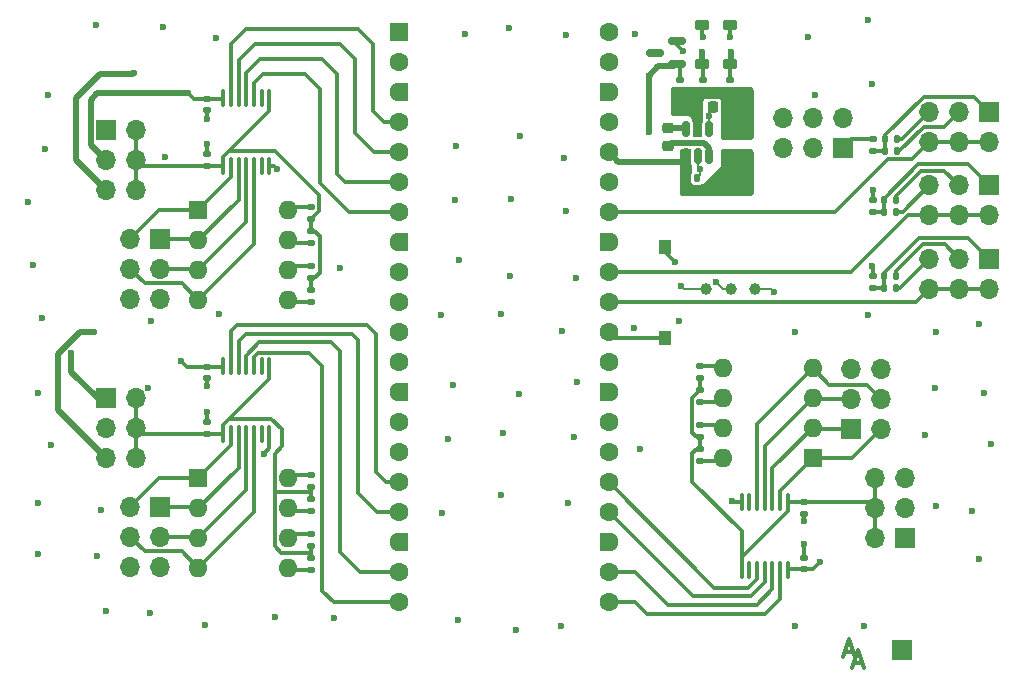
<source format=gbr>
%TF.GenerationSoftware,KiCad,Pcbnew,8.0.6+1*%
%TF.CreationDate,2024-11-30T18:40:41-08:00*%
%TF.ProjectId,pico-logic-analyzer,7069636f-2d6c-46f6-9769-632d616e616c,rev?*%
%TF.SameCoordinates,Original*%
%TF.FileFunction,Copper,L1,Top*%
%TF.FilePolarity,Positive*%
%FSLAX46Y46*%
G04 Gerber Fmt 4.6, Leading zero omitted, Abs format (unit mm)*
G04 Created by KiCad (PCBNEW 8.0.6+1) date 2024-11-30 18:40:41*
%MOMM*%
%LPD*%
G01*
G04 APERTURE LIST*
G04 Aperture macros list*
%AMRoundRect*
0 Rectangle with rounded corners*
0 $1 Rounding radius*
0 $2 $3 $4 $5 $6 $7 $8 $9 X,Y pos of 4 corners*
0 Add a 4 corners polygon primitive as box body*
4,1,4,$2,$3,$4,$5,$6,$7,$8,$9,$2,$3,0*
0 Add four circle primitives for the rounded corners*
1,1,$1+$1,$2,$3*
1,1,$1+$1,$4,$5*
1,1,$1+$1,$6,$7*
1,1,$1+$1,$8,$9*
0 Add four rect primitives between the rounded corners*
20,1,$1+$1,$2,$3,$4,$5,0*
20,1,$1+$1,$4,$5,$6,$7,0*
20,1,$1+$1,$6,$7,$8,$9,0*
20,1,$1+$1,$8,$9,$2,$3,0*%
%AMFreePoly0*
4,1,28,0.605014,0.794986,0.644504,0.794986,0.724698,0.756366,0.780194,0.686777,0.800000,0.600000,0.800000,-0.600000,0.780194,-0.686777,0.724698,-0.756366,0.644504,-0.794986,0.605014,-0.794986,0.600000,-0.800000,0.000000,-0.800000,-0.178017,-0.779942,-0.347107,-0.720775,-0.498792,-0.625465,-0.625465,-0.498792,-0.720775,-0.347107,-0.779942,-0.178017,-0.800000,0.000000,-0.779942,0.178017,
-0.720775,0.347107,-0.625465,0.498792,-0.498792,0.625465,-0.347107,0.720775,-0.178017,0.779942,0.000000,0.800000,0.600000,0.800000,0.605014,0.794986,0.605014,0.794986,$1*%
%AMFreePoly1*
4,1,28,0.178017,0.779942,0.347107,0.720775,0.498792,0.625465,0.625465,0.498792,0.720775,0.347107,0.779942,0.178017,0.800000,0.000000,0.779942,-0.178017,0.720775,-0.347107,0.625465,-0.498792,0.498792,-0.625465,0.347107,-0.720775,0.178017,-0.779942,0.000000,-0.800000,-0.600000,-0.800000,-0.605014,-0.794986,-0.644504,-0.794986,-0.724698,-0.756366,-0.780194,-0.686777,-0.800000,-0.600000,
-0.800000,0.600000,-0.780194,0.686777,-0.724698,0.756366,-0.644504,0.794986,-0.605014,0.794986,-0.600000,0.800000,0.000000,0.800000,0.178017,0.779942,0.178017,0.779942,$1*%
G04 Aperture macros list end*
%ADD10C,0.300000*%
%TA.AperFunction,NonConductor*%
%ADD11C,0.300000*%
%TD*%
%TA.AperFunction,SMDPad,CuDef*%
%ADD12R,1.000000X1.250000*%
%TD*%
%TA.AperFunction,SMDPad,CuDef*%
%ADD13RoundRect,0.225000X0.375000X-0.225000X0.375000X0.225000X-0.375000X0.225000X-0.375000X-0.225000X0*%
%TD*%
%TA.AperFunction,SMDPad,CuDef*%
%ADD14RoundRect,0.135000X-0.185000X0.135000X-0.185000X-0.135000X0.185000X-0.135000X0.185000X0.135000X0*%
%TD*%
%TA.AperFunction,SMDPad,CuDef*%
%ADD15C,1.000000*%
%TD*%
%TA.AperFunction,SMDPad,CuDef*%
%ADD16RoundRect,0.100000X0.100000X-0.637500X0.100000X0.637500X-0.100000X0.637500X-0.100000X-0.637500X0*%
%TD*%
%TA.AperFunction,SMDPad,CuDef*%
%ADD17RoundRect,0.135000X0.185000X-0.135000X0.185000X0.135000X-0.185000X0.135000X-0.185000X-0.135000X0*%
%TD*%
%TA.AperFunction,ComponentPad*%
%ADD18R,1.700000X1.700000*%
%TD*%
%TA.AperFunction,ComponentPad*%
%ADD19O,1.700000X1.700000*%
%TD*%
%TA.AperFunction,SMDPad,CuDef*%
%ADD20RoundRect,0.150000X0.587500X0.150000X-0.587500X0.150000X-0.587500X-0.150000X0.587500X-0.150000X0*%
%TD*%
%TA.AperFunction,SMDPad,CuDef*%
%ADD21RoundRect,0.140000X-0.170000X0.140000X-0.170000X-0.140000X0.170000X-0.140000X0.170000X0.140000X0*%
%TD*%
%TA.AperFunction,SMDPad,CuDef*%
%ADD22RoundRect,0.135000X0.135000X0.185000X-0.135000X0.185000X-0.135000X-0.185000X0.135000X-0.185000X0*%
%TD*%
%TA.AperFunction,SMDPad,CuDef*%
%ADD23RoundRect,0.225000X0.225000X0.250000X-0.225000X0.250000X-0.225000X-0.250000X0.225000X-0.250000X0*%
%TD*%
%TA.AperFunction,SMDPad,CuDef*%
%ADD24RoundRect,0.225000X0.250000X-0.225000X0.250000X0.225000X-0.250000X0.225000X-0.250000X-0.225000X0*%
%TD*%
%TA.AperFunction,SMDPad,CuDef*%
%ADD25RoundRect,0.250000X-0.300000X0.300000X-0.300000X-0.300000X0.300000X-0.300000X0.300000X0.300000X0*%
%TD*%
%TA.AperFunction,SMDPad,CuDef*%
%ADD26RoundRect,0.100000X-0.100000X0.637500X-0.100000X-0.637500X0.100000X-0.637500X0.100000X0.637500X0*%
%TD*%
%TA.AperFunction,ComponentPad*%
%ADD27R,1.600000X1.600000*%
%TD*%
%TA.AperFunction,ComponentPad*%
%ADD28O,1.600000X1.600000*%
%TD*%
%TA.AperFunction,SMDPad,CuDef*%
%ADD29RoundRect,0.140000X0.140000X0.170000X-0.140000X0.170000X-0.140000X-0.170000X0.140000X-0.170000X0*%
%TD*%
%TA.AperFunction,SMDPad,CuDef*%
%ADD30RoundRect,0.140000X0.170000X-0.140000X0.170000X0.140000X-0.170000X0.140000X-0.170000X-0.140000X0*%
%TD*%
%TA.AperFunction,ComponentPad*%
%ADD31RoundRect,0.200000X-0.600000X-0.600000X0.600000X-0.600000X0.600000X0.600000X-0.600000X0.600000X0*%
%TD*%
%TA.AperFunction,ComponentPad*%
%ADD32C,1.600000*%
%TD*%
%TA.AperFunction,ComponentPad*%
%ADD33FreePoly0,0.000000*%
%TD*%
%TA.AperFunction,ComponentPad*%
%ADD34FreePoly1,0.000000*%
%TD*%
%TA.AperFunction,SMDPad,CuDef*%
%ADD35RoundRect,0.150000X0.150000X-0.512500X0.150000X0.512500X-0.150000X0.512500X-0.150000X-0.512500X0*%
%TD*%
%TA.AperFunction,ViaPad*%
%ADD36C,0.600000*%
%TD*%
%TA.AperFunction,Conductor*%
%ADD37C,0.350000*%
%TD*%
%TA.AperFunction,Conductor*%
%ADD38C,0.500000*%
%TD*%
%TA.AperFunction,Conductor*%
%ADD39C,0.200000*%
%TD*%
G04 APERTURE END LIST*
D10*
D11*
X197733082Y-108622257D02*
X198447368Y-108622257D01*
X197590225Y-109050828D02*
X198090225Y-107550828D01*
X198090225Y-107550828D02*
X198590225Y-109050828D01*
D10*
D11*
X196983082Y-107672257D02*
X197697368Y-107672257D01*
X196840225Y-108100828D02*
X197340225Y-106600828D01*
X197340225Y-106600828D02*
X197840225Y-108100828D01*
D12*
%TO.P,SW1,1,1*%
%TO.N,Net-(A1-RUN)*%
X181750000Y-81125000D03*
%TO.P,SW1,2,2*%
%TO.N,GND*%
X181750000Y-73375000D03*
%TD*%
D13*
%TO.P,D1,1,K*%
%TO.N,/+1.8V_REG*%
X187250000Y-57900000D03*
%TO.P,D1,2,A*%
%TO.N,GND*%
X187250000Y-54600000D03*
%TD*%
D14*
%TO.P,R16,1*%
%TO.N,/A2_IN*%
X199400000Y-64290000D03*
%TO.P,R16,2*%
%TO.N,Net-(J8-Pin_1)*%
X199400000Y-65310000D03*
%TD*%
D15*
%TO.P,TP2,1,1*%
%TO.N,/+3.3V_REG*%
X185200000Y-77000000D03*
%TD*%
D16*
%TO.P,U4,1,VCCA*%
%TO.N,/Buffer Block B/VCCA_SEL*%
X144350000Y-66535000D03*
%TO.P,U4,2,A1*%
%TO.N,/Buffer Block B/A0*%
X145000000Y-66535000D03*
%TO.P,U4,3,A2*%
%TO.N,/Buffer Block B/A1*%
X145650000Y-66535000D03*
%TO.P,U4,4,A3*%
%TO.N,/Buffer Block B/A2*%
X146300000Y-66535000D03*
%TO.P,U4,5,A4*%
%TO.N,/Buffer Block B/A3*%
X146950000Y-66535000D03*
%TO.P,U4,6,NC*%
%TO.N,unconnected-(U4-NC-Pad6)*%
X147600000Y-66535000D03*
%TO.P,U4,7,GND*%
%TO.N,GND*%
X148250000Y-66535000D03*
%TO.P,U4,8,OE*%
%TO.N,/Buffer Block B/VCCA_SEL*%
X148250000Y-60810000D03*
%TO.P,U4,9,NC*%
%TO.N,unconnected-(U4-NC-Pad9)*%
X147600000Y-60810000D03*
%TO.P,U4,10,B4*%
%TO.N,/B3 {slash} IO05*%
X146950000Y-60810000D03*
%TO.P,U4,11,B3*%
%TO.N,/B2 {slash} IO04*%
X146300000Y-60810000D03*
%TO.P,U4,12,B2*%
%TO.N,/B1 {slash} IO03*%
X145650000Y-60810000D03*
%TO.P,U4,13,B1*%
%TO.N,/B0 {slash} IO02*%
X145000000Y-60810000D03*
%TO.P,U4,14,VCCB*%
%TO.N,/+3.3V_REG*%
X144350000Y-60810000D03*
%TD*%
D17*
%TO.P,R2,1*%
%TO.N,/+6.6V*%
X185000000Y-60270000D03*
%TO.P,R2,2*%
%TO.N,/+3.3V_REG*%
X185000000Y-59250000D03*
%TD*%
D18*
%TO.P,J11,1,Pin_1*%
%TO.N,GND*%
X201850000Y-107500000D03*
%TD*%
%TO.P,J5,1,Pin_1*%
%TO.N,/Buffer Block B/A1*%
X139000000Y-72730000D03*
D19*
%TO.P,J5,2,Pin_2*%
%TO.N,/Buffer Block B/A0*%
X136460000Y-72730000D03*
%TO.P,J5,3,Pin_3*%
%TO.N,/Buffer Block B/A2*%
X139000000Y-75270000D03*
%TO.P,J5,4,Pin_4*%
%TO.N,/Buffer Block B/A3*%
X136460000Y-75270000D03*
%TO.P,J5,5,Pin_5*%
%TO.N,GND*%
X139000000Y-77810000D03*
%TO.P,J5,6,Pin_6*%
X136460000Y-77810000D03*
%TD*%
D20*
%TO.P,U2,1,K*%
%TO.N,/+5V_REG*%
X182750000Y-57900000D03*
%TO.P,U2,2,A*%
%TO.N,GND*%
X182750000Y-56000000D03*
%TO.P,U2,3,NC*%
%TO.N,unconnected-(U2-NC-Pad3)*%
X180875000Y-56950000D03*
%TD*%
D18*
%TO.P,J1,1,Pin_1*%
%TO.N,/A2_IN*%
X196790000Y-65000000D03*
D19*
%TO.P,J1,2,Pin_2*%
%TO.N,GND*%
X196790000Y-62460000D03*
%TO.P,J1,3,Pin_3*%
%TO.N,/A1_IN*%
X194250000Y-65000000D03*
%TO.P,J1,4,Pin_4*%
%TO.N,GND*%
X194250000Y-62460000D03*
%TO.P,J1,5,Pin_5*%
%TO.N,/A0_IN*%
X191710000Y-65000000D03*
%TO.P,J1,6,Pin_6*%
%TO.N,GND*%
X191710000Y-62460000D03*
%TD*%
D21*
%TO.P,C6,1*%
%TO.N,GND*%
X143000000Y-65560000D03*
%TO.P,C6,2*%
%TO.N,/Buffer Block B/VCCA_SEL*%
X143000000Y-66520000D03*
%TD*%
D16*
%TO.P,U3,1,VCCA*%
%TO.N,/Buffer Block A/VCCA_SEL*%
X144350000Y-89225000D03*
%TO.P,U3,2,A1*%
%TO.N,/Buffer Block A/A0*%
X145000000Y-89225000D03*
%TO.P,U3,3,A2*%
%TO.N,/Buffer Block A/A1*%
X145650000Y-89225000D03*
%TO.P,U3,4,A3*%
%TO.N,/Buffer Block A/A2*%
X146300000Y-89225000D03*
%TO.P,U3,5,A4*%
%TO.N,/Buffer Block A/A3*%
X146950000Y-89225000D03*
%TO.P,U3,6,NC*%
%TO.N,unconnected-(U3-NC-Pad6)*%
X147600000Y-89225000D03*
%TO.P,U3,7,GND*%
%TO.N,GND*%
X148250000Y-89225000D03*
%TO.P,U3,8,OE*%
%TO.N,/Buffer Block A/VCCA_SEL*%
X148250000Y-83500000D03*
%TO.P,U3,9,NC*%
%TO.N,unconnected-(U3-NC-Pad9)*%
X147600000Y-83500000D03*
%TO.P,U3,10,B4*%
%TO.N,/A3 {slash} IO15*%
X146950000Y-83500000D03*
%TO.P,U3,11,B3*%
%TO.N,/A2 {slash} IO14*%
X146300000Y-83500000D03*
%TO.P,U3,12,B2*%
%TO.N,/A1 {slash} IO13*%
X145650000Y-83500000D03*
%TO.P,U3,13,B1*%
%TO.N,/A0 {slash} IO12*%
X145000000Y-83500000D03*
%TO.P,U3,14,VCCB*%
%TO.N,/+3.3V_REG*%
X144350000Y-83500000D03*
%TD*%
D14*
%TO.P,R13,1*%
%TO.N,Net-(R13-Pad1)*%
X184750000Y-88490000D03*
%TO.P,R13,2*%
%TO.N,/Buffer Block C/VCCA_SEL*%
X184750000Y-89510000D03*
%TD*%
D17*
%TO.P,R7,1*%
%TO.N,Net-(R7-Pad1)*%
X151750000Y-100760000D03*
%TO.P,R7,2*%
%TO.N,/Buffer Block A/VCCA_SEL*%
X151750000Y-99740000D03*
%TD*%
D18*
%TO.P,J3,1,Pin_1*%
%TO.N,/Buffer Block A/A1*%
X139000000Y-95420000D03*
D19*
%TO.P,J3,2,Pin_2*%
%TO.N,/Buffer Block A/A0*%
X136460000Y-95420000D03*
%TO.P,J3,3,Pin_3*%
%TO.N,/Buffer Block A/A2*%
X139000000Y-97960000D03*
%TO.P,J3,4,Pin_4*%
%TO.N,/Buffer Block A/A3*%
X136460000Y-97960000D03*
%TO.P,J3,5,Pin_5*%
%TO.N,GND*%
X139000000Y-100500000D03*
%TO.P,J3,6,Pin_6*%
X136460000Y-100500000D03*
%TD*%
D17*
%TO.P,R3,1*%
%TO.N,/+6.6V*%
X183000000Y-60260000D03*
%TO.P,R3,2*%
%TO.N,/+5V_REG*%
X183000000Y-59240000D03*
%TD*%
D14*
%TO.P,R10,1*%
%TO.N,Net-(R10-Pad1)*%
X151750000Y-75040000D03*
%TO.P,R10,2*%
%TO.N,/Buffer Block B/VCCA_SEL*%
X151750000Y-76060000D03*
%TD*%
D22*
%TO.P,R21,1*%
%TO.N,/Analog Divider Selector 1/eleventh_sel*%
X201320000Y-70410000D03*
%TO.P,R21,2*%
%TO.N,Net-(J9-Pin_1)*%
X200300000Y-70410000D03*
%TD*%
D23*
%TO.P,C3,1*%
%TO.N,GND*%
X185775000Y-61600000D03*
%TO.P,C3,2*%
%TO.N,/+6.6V*%
X184225000Y-61600000D03*
%TD*%
D22*
%TO.P,R18,1*%
%TO.N,/Analog Divider Selector 2/eleventh_sel*%
X201410000Y-64300000D03*
%TO.P,R18,2*%
%TO.N,Net-(J8-Pin_1)*%
X200390000Y-64300000D03*
%TD*%
D17*
%TO.P,R14,1*%
%TO.N,Net-(R14-Pad1)*%
X184750000Y-86520000D03*
%TO.P,R14,2*%
%TO.N,/Buffer Block C/VCCA_SEL*%
X184750000Y-85500000D03*
%TD*%
D24*
%TO.P,C2,1*%
%TO.N,Net-(U1-CAP-)*%
X182000000Y-64875000D03*
%TO.P,C2,2*%
%TO.N,Net-(U1-CAP+)*%
X182000000Y-63325000D03*
%TD*%
D14*
%TO.P,R19,1*%
%TO.N,/A1_IN*%
X199400000Y-69400000D03*
%TO.P,R19,2*%
%TO.N,Net-(J9-Pin_1)*%
X199400000Y-70420000D03*
%TD*%
D22*
%TO.P,R23,1*%
%TO.N,/Analog Divider Selector 0/half_sel*%
X201310000Y-75910000D03*
%TO.P,R23,2*%
%TO.N,Net-(J10-Pin_1)*%
X200290000Y-75910000D03*
%TD*%
D18*
%TO.P,J4,1,Pin_1*%
%TO.N,/+5V_REG*%
X134450000Y-63535000D03*
D19*
%TO.P,J4,2,Pin_2*%
%TO.N,/Buffer Block B/VCCA_SEL*%
X136990000Y-63535000D03*
%TO.P,J4,3,Pin_3*%
%TO.N,/+3.3V_REG*%
X134450000Y-66075000D03*
%TO.P,J4,4,Pin_4*%
%TO.N,/Buffer Block B/VCCA_SEL*%
X136990000Y-66075000D03*
%TO.P,J4,5,Pin_5*%
%TO.N,/+1.8V_REG*%
X134450000Y-68615000D03*
%TO.P,J4,6,Pin_6*%
%TO.N,/Buffer Block B/VCCA_SEL*%
X136990000Y-68615000D03*
%TD*%
D25*
%TO.P,D2,1,K*%
%TO.N,/+6.6V*%
X188500000Y-63350000D03*
%TO.P,D2,2,A*%
%TO.N,+3V3*%
X188500000Y-66150000D03*
%TD*%
D14*
%TO.P,R22,1*%
%TO.N,/A0_IN*%
X199400000Y-75900000D03*
%TO.P,R22,2*%
%TO.N,Net-(J10-Pin_1)*%
X199400000Y-76920000D03*
%TD*%
D22*
%TO.P,R17,1*%
%TO.N,/Analog Divider Selector 2/half_sel*%
X201410000Y-65300000D03*
%TO.P,R17,2*%
%TO.N,Net-(J8-Pin_1)*%
X200390000Y-65300000D03*
%TD*%
D26*
%TO.P,U5,1,VCCA*%
%TO.N,/Buffer Block C/VCCA_SEL*%
X192150000Y-95025000D03*
%TO.P,U5,2,A1*%
%TO.N,/Buffer Block C/A0*%
X191500000Y-95025000D03*
%TO.P,U5,3,A2*%
%TO.N,/Buffer Block C/A1*%
X190850000Y-95025000D03*
%TO.P,U5,4,A3*%
%TO.N,/Buffer Block C/A2*%
X190200000Y-95025000D03*
%TO.P,U5,5,A4*%
%TO.N,/Buffer Block C/A3*%
X189550000Y-95025000D03*
%TO.P,U5,6,NC*%
%TO.N,unconnected-(U5-NC-Pad6)*%
X188900000Y-95025000D03*
%TO.P,U5,7,GND*%
%TO.N,GND*%
X188250000Y-95025000D03*
%TO.P,U5,8,OE*%
%TO.N,/Buffer Block C/VCCA_SEL*%
X188250000Y-100750000D03*
%TO.P,U5,9,NC*%
%TO.N,unconnected-(U5-NC-Pad9)*%
X188900000Y-100750000D03*
%TO.P,U5,10,B4*%
%TO.N,/C3 {slash} IO019*%
X189550000Y-100750000D03*
%TO.P,U5,11,B3*%
%TO.N,/C2 {slash} IO018*%
X190200000Y-100750000D03*
%TO.P,U5,12,B2*%
%TO.N,/C1 {slash} IO17*%
X190850000Y-100750000D03*
%TO.P,U5,13,B1*%
%TO.N,/C0 {slash} IO16*%
X191500000Y-100750000D03*
%TO.P,U5,14,VCCB*%
%TO.N,/+3.3V_REG*%
X192150000Y-100750000D03*
%TD*%
D14*
%TO.P,R6,1*%
%TO.N,Net-(R6-Pad1)*%
X151750000Y-97730000D03*
%TO.P,R6,2*%
%TO.N,/Buffer Block A/VCCA_SEL*%
X151750000Y-98750000D03*
%TD*%
D17*
%TO.P,R5,1*%
%TO.N,Net-(R5-Pad1)*%
X151750000Y-95760000D03*
%TO.P,R5,2*%
%TO.N,/Buffer Block A/VCCA_SEL*%
X151750000Y-94740000D03*
%TD*%
D27*
%TO.P,SW3,1*%
%TO.N,/Buffer Block B/A0*%
X142250000Y-70270000D03*
D28*
%TO.P,SW3,2*%
%TO.N,/Buffer Block B/A1*%
X142250000Y-72810000D03*
%TO.P,SW3,3*%
%TO.N,/Buffer Block B/A2*%
X142250000Y-75350000D03*
%TO.P,SW3,4*%
%TO.N,/Buffer Block B/A3*%
X142250000Y-77890000D03*
%TO.P,SW3,5*%
%TO.N,Net-(R11-Pad1)*%
X149870000Y-77890000D03*
%TO.P,SW3,6*%
%TO.N,Net-(R10-Pad1)*%
X149870000Y-75350000D03*
%TO.P,SW3,7*%
%TO.N,Net-(R9-Pad1)*%
X149870000Y-72810000D03*
%TO.P,SW3,8*%
%TO.N,Net-(R8-Pad1)*%
X149870000Y-70270000D03*
%TD*%
D18*
%TO.P,J6,1,Pin_1*%
%TO.N,/+5V_REG*%
X202050000Y-98025000D03*
D19*
%TO.P,J6,2,Pin_2*%
%TO.N,/Buffer Block C/VCCA_SEL*%
X199510000Y-98025000D03*
%TO.P,J6,3,Pin_3*%
%TO.N,/+3.3V_REG*%
X202050000Y-95485000D03*
%TO.P,J6,4,Pin_4*%
%TO.N,/Buffer Block C/VCCA_SEL*%
X199510000Y-95485000D03*
%TO.P,J6,5,Pin_5*%
%TO.N,/+1.8V_REG*%
X202050000Y-92945000D03*
%TO.P,J6,6,Pin_6*%
%TO.N,/Buffer Block C/VCCA_SEL*%
X199510000Y-92945000D03*
%TD*%
D22*
%TO.P,R20,1*%
%TO.N,/Analog Divider Selector 1/half_sel*%
X201320000Y-69410000D03*
%TO.P,R20,2*%
%TO.N,Net-(J9-Pin_1)*%
X200300000Y-69410000D03*
%TD*%
D17*
%TO.P,R12,1*%
%TO.N,Net-(R12-Pad1)*%
X184750000Y-91520000D03*
%TO.P,R12,2*%
%TO.N,/Buffer Block C/VCCA_SEL*%
X184750000Y-90500000D03*
%TD*%
D29*
%TO.P,C1,1*%
%TO.N,GND*%
X184480000Y-67600000D03*
%TO.P,C1,2*%
%TO.N,+3V3*%
X183520000Y-67600000D03*
%TD*%
D27*
%TO.P,SW4,1*%
%TO.N,/Buffer Block C/A0*%
X194250000Y-91290000D03*
D28*
%TO.P,SW4,2*%
%TO.N,/Buffer Block C/A1*%
X194250000Y-88750000D03*
%TO.P,SW4,3*%
%TO.N,/Buffer Block C/A2*%
X194250000Y-86210000D03*
%TO.P,SW4,4*%
%TO.N,/Buffer Block C/A3*%
X194250000Y-83670000D03*
%TO.P,SW4,5*%
%TO.N,Net-(R15-Pad1)*%
X186630000Y-83670000D03*
%TO.P,SW4,6*%
%TO.N,Net-(R14-Pad1)*%
X186630000Y-86210000D03*
%TO.P,SW4,7*%
%TO.N,Net-(R13-Pad1)*%
X186630000Y-88750000D03*
%TO.P,SW4,8*%
%TO.N,Net-(R12-Pad1)*%
X186630000Y-91290000D03*
%TD*%
D18*
%TO.P,J2,1,Pin_1*%
%TO.N,/+5V_REG*%
X134450000Y-86225000D03*
D19*
%TO.P,J2,2,Pin_2*%
%TO.N,/Buffer Block A/VCCA_SEL*%
X136990000Y-86225000D03*
%TO.P,J2,3,Pin_3*%
%TO.N,/+3.3V_REG*%
X134450000Y-88765000D03*
%TO.P,J2,4,Pin_4*%
%TO.N,/Buffer Block A/VCCA_SEL*%
X136990000Y-88765000D03*
%TO.P,J2,5,Pin_5*%
%TO.N,/+1.8V_REG*%
X134450000Y-91305000D03*
%TO.P,J2,6,Pin_6*%
%TO.N,/Buffer Block A/VCCA_SEL*%
X136990000Y-91305000D03*
%TD*%
D30*
%TO.P,C7,1*%
%TO.N,GND*%
X143000000Y-61810000D03*
%TO.P,C7,2*%
%TO.N,/+3.3V_REG*%
X143000000Y-60850000D03*
%TD*%
D18*
%TO.P,J10,1,Pin_1*%
%TO.N,Net-(J10-Pin_1)*%
X209200000Y-74400000D03*
D19*
%TO.P,J10,2,Pin_2*%
%TO.N,/A0_DIV*%
X209200000Y-76940000D03*
%TO.P,J10,3,Pin_3*%
%TO.N,/Analog Divider Selector 0/half_sel*%
X206660000Y-74400000D03*
%TO.P,J10,4,Pin_4*%
%TO.N,/A0_DIV*%
X206660000Y-76940000D03*
%TO.P,J10,5,Pin_5*%
%TO.N,/Analog Divider Selector 0/eleventh_sel*%
X204120000Y-74400000D03*
%TO.P,J10,6,Pin_6*%
%TO.N,/A0_DIV*%
X204120000Y-76940000D03*
%TD*%
D22*
%TO.P,R24,1*%
%TO.N,/Analog Divider Selector 0/eleventh_sel*%
X201310000Y-76910000D03*
%TO.P,R24,2*%
%TO.N,Net-(J10-Pin_1)*%
X200290000Y-76910000D03*
%TD*%
D30*
%TO.P,C5,1*%
%TO.N,GND*%
X143000000Y-84500000D03*
%TO.P,C5,2*%
%TO.N,/+3.3V_REG*%
X143000000Y-83540000D03*
%TD*%
D15*
%TO.P,TP4,1,1*%
%TO.N,/+6.6V*%
X188550000Y-61350000D03*
%TD*%
D14*
%TO.P,R4,1*%
%TO.N,Net-(R4-Pad1)*%
X151750000Y-92730000D03*
%TO.P,R4,2*%
%TO.N,/Buffer Block A/VCCA_SEL*%
X151750000Y-93750000D03*
%TD*%
D15*
%TO.P,TP3,1,1*%
%TO.N,/+5V_REG*%
X187300000Y-77000000D03*
%TD*%
D18*
%TO.P,J8,1,Pin_1*%
%TO.N,Net-(J8-Pin_1)*%
X209170000Y-61990000D03*
D19*
%TO.P,J8,2,Pin_2*%
%TO.N,/A2_DIV*%
X209170000Y-64530000D03*
%TO.P,J8,3,Pin_3*%
%TO.N,/Analog Divider Selector 2/half_sel*%
X206630000Y-61990000D03*
%TO.P,J8,4,Pin_4*%
%TO.N,/A2_DIV*%
X206630000Y-64530000D03*
%TO.P,J8,5,Pin_5*%
%TO.N,/Analog Divider Selector 2/eleventh_sel*%
X204090000Y-61990000D03*
%TO.P,J8,6,Pin_6*%
%TO.N,/A2_DIV*%
X204090000Y-64530000D03*
%TD*%
D17*
%TO.P,R11,1*%
%TO.N,Net-(R11-Pad1)*%
X151750000Y-78070000D03*
%TO.P,R11,2*%
%TO.N,/Buffer Block B/VCCA_SEL*%
X151750000Y-77050000D03*
%TD*%
%TO.P,R1,1*%
%TO.N,/+6.6V*%
X187250000Y-60260000D03*
%TO.P,R1,2*%
%TO.N,/+1.8V_REG*%
X187250000Y-59240000D03*
%TD*%
D18*
%TO.P,J7,1,Pin_1*%
%TO.N,/Buffer Block C/A1*%
X197500000Y-88830000D03*
D19*
%TO.P,J7,2,Pin_2*%
%TO.N,/Buffer Block C/A0*%
X200040000Y-88830000D03*
%TO.P,J7,3,Pin_3*%
%TO.N,/Buffer Block C/A2*%
X197500000Y-86290000D03*
%TO.P,J7,4,Pin_4*%
%TO.N,/Buffer Block C/A3*%
X200040000Y-86290000D03*
%TO.P,J7,5,Pin_5*%
%TO.N,GND*%
X197500000Y-83750000D03*
%TO.P,J7,6,Pin_6*%
X200040000Y-83750000D03*
%TD*%
D18*
%TO.P,J9,1,Pin_1*%
%TO.N,Net-(J9-Pin_1)*%
X209170000Y-68200000D03*
D19*
%TO.P,J9,2,Pin_2*%
%TO.N,/A1_DIV*%
X209170000Y-70740000D03*
%TO.P,J9,3,Pin_3*%
%TO.N,/Analog Divider Selector 1/half_sel*%
X206630000Y-68200000D03*
%TO.P,J9,4,Pin_4*%
%TO.N,/A1_DIV*%
X206630000Y-70740000D03*
%TO.P,J9,5,Pin_5*%
%TO.N,/Analog Divider Selector 1/eleventh_sel*%
X204090000Y-68200000D03*
%TO.P,J9,6,Pin_6*%
%TO.N,/A1_DIV*%
X204090000Y-70740000D03*
%TD*%
D21*
%TO.P,C4,1*%
%TO.N,GND*%
X143000000Y-88250000D03*
%TO.P,C4,2*%
%TO.N,/Buffer Block A/VCCA_SEL*%
X143000000Y-89210000D03*
%TD*%
D30*
%TO.P,C8,1*%
%TO.N,GND*%
X193500000Y-96000000D03*
%TO.P,C8,2*%
%TO.N,/Buffer Block C/VCCA_SEL*%
X193500000Y-95040000D03*
%TD*%
D31*
%TO.P,A1,1,GPIO0*%
%TO.N,unconnected-(A1-GPIO0-Pad1)*%
X159220000Y-55240000D03*
D32*
%TO.P,A1,2,GPIO1*%
%TO.N,unconnected-(A1-GPIO1-Pad2)*%
X159220000Y-57780000D03*
D33*
%TO.P,A1,3,GND*%
%TO.N,GND*%
X159220000Y-60320000D03*
D32*
%TO.P,A1,4,GPIO2*%
%TO.N,/B0 {slash} IO02*%
X159220000Y-62860000D03*
%TO.P,A1,5,GPIO3*%
%TO.N,/B1 {slash} IO03*%
X159220000Y-65400000D03*
%TO.P,A1,6,GPIO4*%
%TO.N,/B2 {slash} IO04*%
X159220000Y-67940000D03*
%TO.P,A1,7,GPIO5*%
%TO.N,/B3 {slash} IO05*%
X159220000Y-70480000D03*
D33*
%TO.P,A1,8,GND*%
%TO.N,GND*%
X159220000Y-73020000D03*
D32*
%TO.P,A1,9,GPIO6*%
%TO.N,unconnected-(A1-GPIO6-Pad9)*%
X159220000Y-75560000D03*
%TO.P,A1,10,GPIO7*%
%TO.N,unconnected-(A1-GPIO7-Pad10)*%
X159220000Y-78100000D03*
%TO.P,A1,11,GPIO8*%
%TO.N,unconnected-(A1-GPIO8-Pad11)*%
X159220000Y-80640000D03*
%TO.P,A1,12,GPIO9*%
%TO.N,unconnected-(A1-GPIO9-Pad12)*%
X159220000Y-83180000D03*
D33*
%TO.P,A1,13,GND*%
%TO.N,GND*%
X159220000Y-85720000D03*
D32*
%TO.P,A1,14,GPIO10*%
%TO.N,unconnected-(A1-GPIO10-Pad14)*%
X159220000Y-88260000D03*
%TO.P,A1,15,GPIO11*%
%TO.N,unconnected-(A1-GPIO11-Pad15)*%
X159220000Y-90800000D03*
%TO.P,A1,16,GPIO12*%
%TO.N,/A0 {slash} IO12*%
X159220000Y-93340000D03*
%TO.P,A1,17,GPIO13*%
%TO.N,/A1 {slash} IO13*%
X159220000Y-95880000D03*
D33*
%TO.P,A1,18,GND*%
%TO.N,GND*%
X159220000Y-98420000D03*
D32*
%TO.P,A1,19,GPIO14*%
%TO.N,/A2 {slash} IO14*%
X159220000Y-100960000D03*
%TO.P,A1,20,GPIO15*%
%TO.N,/A3 {slash} IO15*%
X159220000Y-103500000D03*
%TO.P,A1,21,GPIO16*%
%TO.N,/C0 {slash} IO16*%
X177000000Y-103500000D03*
%TO.P,A1,22,GPIO17*%
%TO.N,/C1 {slash} IO17*%
X177000000Y-100960000D03*
D34*
%TO.P,A1,23,GND*%
%TO.N,GND*%
X177000000Y-98420000D03*
D32*
%TO.P,A1,24,GPIO18*%
%TO.N,/C2 {slash} IO018*%
X177000000Y-95880000D03*
%TO.P,A1,25,GPIO19*%
%TO.N,/C3 {slash} IO019*%
X177000000Y-93340000D03*
%TO.P,A1,26,GPIO20*%
%TO.N,unconnected-(A1-GPIO20-Pad26)*%
X177000000Y-90800000D03*
%TO.P,A1,27,GPIO21*%
%TO.N,unconnected-(A1-GPIO21-Pad27)*%
X177000000Y-88260000D03*
D34*
%TO.P,A1,28,GND*%
%TO.N,GND*%
X177000000Y-85720000D03*
D32*
%TO.P,A1,29,GPIO22*%
%TO.N,unconnected-(A1-GPIO22-Pad29)*%
X177000000Y-83180000D03*
%TO.P,A1,30,RUN*%
%TO.N,Net-(A1-RUN)*%
X177000000Y-80640000D03*
%TO.P,A1,31,GPIO26_ADC0*%
%TO.N,/A0_DIV*%
X177000000Y-78100000D03*
%TO.P,A1,32,GPIO27_ADC1*%
%TO.N,/A1_DIV*%
X177000000Y-75560000D03*
D34*
%TO.P,A1,33,AGND*%
%TO.N,GND*%
X177000000Y-73020000D03*
D32*
%TO.P,A1,34,GPIO28_ADC2*%
%TO.N,/A2_DIV*%
X177000000Y-70480000D03*
%TO.P,A1,35,ADC_VREF*%
%TO.N,/+3.3V_REG*%
X177000000Y-67940000D03*
%TO.P,A1,36,3V3*%
%TO.N,+3V3*%
X177000000Y-65400000D03*
%TO.P,A1,37,3V3_EN*%
%TO.N,unconnected-(A1-3V3_EN-Pad37)*%
X177000000Y-62860000D03*
D34*
%TO.P,A1,38,GND*%
%TO.N,GND*%
X177000000Y-60320000D03*
D32*
%TO.P,A1,39,VSYS*%
%TO.N,unconnected-(A1-VSYS-Pad39)*%
X177000000Y-57780000D03*
%TO.P,A1,40,VBUS*%
%TO.N,unconnected-(A1-VBUS-Pad40)*%
X177000000Y-55240000D03*
%TD*%
D35*
%TO.P,U1,1,V+*%
%TO.N,+3V3*%
X183570000Y-65737500D03*
%TO.P,U1,2,GND*%
%TO.N,GND*%
X184520000Y-65737500D03*
%TO.P,U1,3,CAP-*%
%TO.N,Net-(U1-CAP-)*%
X185470000Y-65737500D03*
%TO.P,U1,4,SD*%
%TO.N,GND*%
X185470000Y-63462500D03*
%TO.P,U1,5,OUT*%
%TO.N,/+6.6V*%
X184520000Y-63462500D03*
%TO.P,U1,6,CAP+*%
%TO.N,Net-(U1-CAP+)*%
X183570000Y-63462500D03*
%TD*%
D21*
%TO.P,C9,1*%
%TO.N,GND*%
X193500000Y-99750000D03*
%TO.P,C9,2*%
%TO.N,/+3.3V_REG*%
X193500000Y-100710000D03*
%TD*%
D14*
%TO.P,R15,1*%
%TO.N,Net-(R15-Pad1)*%
X184750000Y-83490000D03*
%TO.P,R15,2*%
%TO.N,/Buffer Block C/VCCA_SEL*%
X184750000Y-84510000D03*
%TD*%
D27*
%TO.P,SW2,1*%
%TO.N,/Buffer Block A/A0*%
X142250000Y-92960000D03*
D28*
%TO.P,SW2,2*%
%TO.N,/Buffer Block A/A1*%
X142250000Y-95500000D03*
%TO.P,SW2,3*%
%TO.N,/Buffer Block A/A2*%
X142250000Y-98040000D03*
%TO.P,SW2,4*%
%TO.N,/Buffer Block A/A3*%
X142250000Y-100580000D03*
%TO.P,SW2,5*%
%TO.N,Net-(R7-Pad1)*%
X149870000Y-100580000D03*
%TO.P,SW2,6*%
%TO.N,Net-(R6-Pad1)*%
X149870000Y-98040000D03*
%TO.P,SW2,7*%
%TO.N,Net-(R5-Pad1)*%
X149870000Y-95500000D03*
%TO.P,SW2,8*%
%TO.N,Net-(R4-Pad1)*%
X149870000Y-92960000D03*
%TD*%
D13*
%TO.P,D3,1,K*%
%TO.N,/+3.3V_REG*%
X184900000Y-57900000D03*
%TO.P,D3,2,A*%
%TO.N,GND*%
X184900000Y-54600000D03*
%TD*%
D17*
%TO.P,R9,1*%
%TO.N,Net-(R9-Pad1)*%
X151750000Y-73070000D03*
%TO.P,R9,2*%
%TO.N,/Buffer Block B/VCCA_SEL*%
X151750000Y-72050000D03*
%TD*%
D14*
%TO.P,R8,1*%
%TO.N,Net-(R8-Pad1)*%
X151750000Y-70040000D03*
%TO.P,R8,2*%
%TO.N,/Buffer Block B/VCCA_SEL*%
X151750000Y-71060000D03*
%TD*%
D15*
%TO.P,TP1,1,1*%
%TO.N,/+1.8V_REG*%
X189400000Y-77000000D03*
%TD*%
D36*
%TO.N,GND*%
X167887237Y-94394457D03*
X204713621Y-80599400D03*
X207779916Y-95767580D03*
X173016754Y-80525865D03*
X163808309Y-85077718D03*
X133577129Y-54643524D03*
X193500000Y-96600000D03*
X128665160Y-99420369D03*
X198559230Y-105513248D03*
X192773550Y-80629839D03*
X164027627Y-64830442D03*
X162876062Y-95944151D03*
X139267779Y-54792213D03*
X174313558Y-84864384D03*
X185000000Y-55600000D03*
X143000000Y-85200000D03*
X138112049Y-104429804D03*
X169369212Y-85890515D03*
X163363675Y-89707590D03*
X198956914Y-54200733D03*
X143969312Y-79128972D03*
X173392453Y-70366706D03*
X209350571Y-90069828D03*
X184750000Y-66850000D03*
X187250000Y-55600000D03*
X129525254Y-60548518D03*
X148740852Y-104712102D03*
X198960675Y-79171292D03*
X193819272Y-55619457D03*
X143694719Y-55689644D03*
X142830881Y-105436600D03*
X182600000Y-74700000D03*
X164778963Y-55343597D03*
X173363766Y-55429675D03*
X204695484Y-95365803D03*
X204605066Y-85393093D03*
X187400000Y-94900000D03*
X162801436Y-79135664D03*
X129280144Y-65132498D03*
X128689618Y-95089121D03*
X128205739Y-74937080D03*
X185500000Y-62350000D03*
X169507760Y-64037184D03*
X168561333Y-54913463D03*
X143000000Y-62600000D03*
X127811483Y-69621620D03*
X154200000Y-75200000D03*
X134405346Y-104272873D03*
X179220004Y-55391929D03*
X169165453Y-105878096D03*
X153697738Y-104819990D03*
X133981687Y-95655073D03*
X173231490Y-65894883D03*
X179674791Y-90510729D03*
X208300905Y-79958468D03*
X133650443Y-99616269D03*
X148900000Y-66800000D03*
X174009390Y-89531334D03*
X172982509Y-105539874D03*
X203785208Y-89347166D03*
X139419318Y-65799726D03*
X147800000Y-90900000D03*
X129764952Y-90167566D03*
X138000779Y-85315896D03*
X129019432Y-79398919D03*
X143000000Y-87400000D03*
X163980989Y-69474937D03*
X168617109Y-75852300D03*
X192799668Y-105475252D03*
X182962367Y-79713445D03*
X199234422Y-59620262D03*
X168749391Y-69341716D03*
X194485643Y-60587573D03*
X174239492Y-76047619D03*
X167877271Y-79062523D03*
X179093470Y-80313924D03*
X164185284Y-104982399D03*
X143000000Y-64700000D03*
X128683694Y-85787490D03*
X208735371Y-85759336D03*
X138242252Y-79657180D03*
X173575454Y-95118455D03*
X168060255Y-89145686D03*
X208345966Y-99858809D03*
X164329503Y-74511290D03*
X183250000Y-56850000D03*
X193500000Y-98575000D03*
%TO.N,/+3.3V_REG*%
X140800000Y-83100000D03*
X141400000Y-60400000D03*
X183100000Y-76700000D03*
X184900000Y-56900000D03*
X194900000Y-100100000D03*
%TO.N,/+1.8V_REG*%
X190950000Y-77250000D03*
X136800000Y-58700000D03*
X133400000Y-80600000D03*
X187300000Y-56900000D03*
%TO.N,/+5V_REG*%
X186050000Y-76350000D03*
X131500000Y-82400000D03*
X180400000Y-58900000D03*
X180400000Y-63700000D03*
%TO.N,/A1_IN*%
X199400000Y-68600000D03*
%TO.N,/A0_IN*%
X199300000Y-75000000D03*
%TD*%
D37*
%TO.N,/B2 {slash} IO04*%
X154690000Y-67940000D02*
X154000000Y-67250000D01*
X152750000Y-57500000D02*
X147500000Y-57500000D01*
X146300000Y-58700000D02*
X146300000Y-60810000D01*
X154000000Y-67250000D02*
X154000000Y-58750000D01*
X159220000Y-67940000D02*
X154690000Y-67940000D01*
X154000000Y-58750000D02*
X152750000Y-57500000D01*
X147500000Y-57500000D02*
X146300000Y-58700000D01*
%TO.N,/B0 {slash} IO02*%
X146250000Y-55000000D02*
X155750000Y-55000000D01*
X145000000Y-60810000D02*
X145000000Y-56250000D01*
X157985000Y-62860000D02*
X159220000Y-62860000D01*
X157000000Y-61875000D02*
X157985000Y-62860000D01*
X155750000Y-55000000D02*
X157000000Y-56250000D01*
X145000000Y-56250000D02*
X146250000Y-55000000D01*
X157000000Y-56250000D02*
X157000000Y-61875000D01*
%TO.N,/B1 {slash} IO03*%
X155500000Y-63750000D02*
X157150000Y-65400000D01*
X155500000Y-57500000D02*
X155500000Y-63750000D01*
X145650000Y-60810000D02*
X145650000Y-57600000D01*
X154250000Y-56250000D02*
X155500000Y-57500000D01*
X147000000Y-56250000D02*
X154250000Y-56250000D01*
X145650000Y-57600000D02*
X147000000Y-56250000D01*
X157150000Y-65400000D02*
X159220000Y-65400000D01*
%TO.N,/B3 {slash} IO05*%
X147750000Y-58750000D02*
X151250000Y-58750000D01*
X152500000Y-68000000D02*
X154980000Y-70480000D01*
X146950000Y-59550000D02*
X147750000Y-58750000D01*
X152500000Y-60000000D02*
X152500000Y-68000000D01*
X146950000Y-60810000D02*
X146950000Y-59550000D01*
X151250000Y-58750000D02*
X152500000Y-60000000D01*
X154980000Y-70480000D02*
X159220000Y-70480000D01*
D38*
%TO.N,+3V3*%
X183107501Y-66199999D02*
X183570000Y-65737500D01*
X177799999Y-66199999D02*
X183107501Y-66199999D01*
X177000000Y-65400000D02*
X177799999Y-66199999D01*
%TO.N,Net-(U1-CAP-)*%
X185470000Y-65075001D02*
X185019999Y-64625000D01*
X182250000Y-64625000D02*
X182000000Y-64875000D01*
X185470000Y-65737500D02*
X185470000Y-65075001D01*
X185019999Y-64625000D02*
X182250000Y-64625000D01*
%TO.N,Net-(U1-CAP+)*%
X182000000Y-63325000D02*
X183432500Y-63325000D01*
X183432500Y-63325000D02*
X183570000Y-63462500D01*
D37*
%TO.N,/Buffer Block B/VCCA_SEL*%
X144350000Y-65772978D02*
X148250000Y-61872978D01*
X151774990Y-71060000D02*
X152445000Y-70389990D01*
X151750000Y-76060000D02*
X152069999Y-76060000D01*
X152445000Y-70389990D02*
X152445000Y-69045000D01*
X152069999Y-72050000D02*
X151750000Y-72050000D01*
X152500000Y-72480001D02*
X152069999Y-72050000D01*
X148250000Y-61872978D02*
X148250000Y-60810000D01*
X152069999Y-76060000D02*
X152500000Y-75629999D01*
X152445000Y-69045000D02*
X148711489Y-65311489D01*
X152500000Y-75629999D02*
X152500000Y-72480001D01*
X136990000Y-68615000D02*
X136990000Y-63535000D01*
X151750000Y-72050000D02*
X151750000Y-71060000D01*
X151750000Y-77050000D02*
X151750000Y-76060000D01*
X148711489Y-65311489D02*
X144811489Y-65311489D01*
X143000000Y-66520000D02*
X144335000Y-66520000D01*
X144350000Y-66535000D02*
X144350000Y-65772978D01*
X137435000Y-66520000D02*
X143000000Y-66520000D01*
%TO.N,/Buffer Block B/A0*%
X138920000Y-70270000D02*
X142250000Y-70270000D01*
X142250000Y-70270000D02*
X145000000Y-67520000D01*
X145000000Y-67520000D02*
X145000000Y-66535000D01*
X136460000Y-72730000D02*
X138920000Y-70270000D01*
%TO.N,GND*%
X193500000Y-96000000D02*
X193500000Y-96600000D01*
X143000000Y-84500000D02*
X143000000Y-85200000D01*
X188250000Y-95025000D02*
X187525000Y-95025000D01*
X184900000Y-54600000D02*
X184900000Y-55500000D01*
D39*
X185500000Y-62350000D02*
X185500000Y-61875000D01*
X185500000Y-62600000D02*
X185500000Y-62350000D01*
D37*
X182750000Y-56350000D02*
X183250000Y-56850000D01*
X182750000Y-56000000D02*
X182750000Y-56350000D01*
X193500000Y-99750000D02*
X193500000Y-98575000D01*
D39*
X184750000Y-66850000D02*
X184750000Y-67330000D01*
D37*
X148250000Y-66535000D02*
X148635000Y-66535000D01*
X187525000Y-95025000D02*
X187400000Y-94900000D01*
X143000000Y-88250000D02*
X143000000Y-87400000D01*
X148635000Y-66535000D02*
X148900000Y-66800000D01*
X148250000Y-90450000D02*
X147800000Y-90900000D01*
X143000000Y-61810000D02*
X143000000Y-62600000D01*
X184900000Y-55500000D02*
X185000000Y-55600000D01*
D39*
X185470000Y-63462500D02*
X185470000Y-62630000D01*
D37*
X148250000Y-89225000D02*
X148250000Y-90450000D01*
X187250000Y-54600000D02*
X187250000Y-55600000D01*
X143000000Y-65560000D02*
X143000000Y-64700000D01*
D39*
X185470000Y-62630000D02*
X185500000Y-62600000D01*
D37*
X181750000Y-73850000D02*
X182600000Y-74700000D01*
D39*
X184520000Y-66620000D02*
X184750000Y-66850000D01*
X184520000Y-65737500D02*
X184520000Y-66620000D01*
D37*
X181750000Y-73375000D02*
X181750000Y-73850000D01*
D39*
X184750000Y-67330000D02*
X184480000Y-67600000D01*
D37*
%TO.N,/Buffer Block B/A3*%
X146950000Y-66535000D02*
X146950000Y-73190000D01*
X146950000Y-73190000D02*
X142250000Y-77890000D01*
X136460000Y-75270000D02*
X137685000Y-76495000D01*
X140855000Y-76495000D02*
X142250000Y-77890000D01*
X137685000Y-76495000D02*
X140855000Y-76495000D01*
%TO.N,/Buffer Block B/A1*%
X145650000Y-66535000D02*
X145650000Y-69410000D01*
X145650000Y-69410000D02*
X142250000Y-72810000D01*
X139000000Y-72730000D02*
X142170000Y-72730000D01*
%TO.N,/Buffer Block B/A2*%
X142250000Y-75350000D02*
X146300000Y-71300000D01*
X146300000Y-71300000D02*
X146300000Y-66535000D01*
X139000000Y-75270000D02*
X142170000Y-75270000D01*
%TO.N,Net-(R4-Pad1)*%
X151750000Y-92730000D02*
X150100000Y-92730000D01*
%TO.N,Net-(R5-Pad1)*%
X151750000Y-95760000D02*
X150130000Y-95760000D01*
%TO.N,/A1 {slash} IO13*%
X157380000Y-95880000D02*
X159220000Y-95880000D01*
X155750000Y-81250000D02*
X155750000Y-94250000D01*
X146250000Y-80750000D02*
X155250000Y-80750000D01*
X155750000Y-94250000D02*
X157380000Y-95880000D01*
X145650000Y-83500000D02*
X145650000Y-81350000D01*
X145650000Y-81350000D02*
X146250000Y-80750000D01*
X155250000Y-80750000D02*
X155750000Y-81250000D01*
%TO.N,/A3 {slash} IO15*%
X152750000Y-83500000D02*
X151637500Y-82387500D01*
X147300478Y-82387500D02*
X146950000Y-82737978D01*
X146950000Y-82737978D02*
X146950000Y-83500000D01*
X152750000Y-102500000D02*
X152750000Y-83500000D01*
X159220000Y-103500000D02*
X153750000Y-103500000D01*
X151637500Y-82387500D02*
X147300478Y-82387500D01*
X153750000Y-103500000D02*
X152750000Y-102500000D01*
%TO.N,/+3.3V_REG*%
X193500000Y-100710000D02*
X192190000Y-100710000D01*
X194290000Y-100710000D02*
X194900000Y-100100000D01*
X141850000Y-60850000D02*
X141400000Y-60400000D01*
D38*
X134450000Y-66075000D02*
X133150000Y-64775000D01*
X184900000Y-56900000D02*
X184900000Y-57900000D01*
X133700000Y-60400000D02*
X141400000Y-60400000D01*
D37*
X143000000Y-60850000D02*
X141850000Y-60850000D01*
X143000000Y-83540000D02*
X144310000Y-83540000D01*
D39*
X183400000Y-77000000D02*
X183100000Y-76700000D01*
D37*
X144310000Y-60850000D02*
X144350000Y-60810000D01*
D39*
X185200000Y-77000000D02*
X183400000Y-77000000D01*
D37*
X185000000Y-59250000D02*
X185000000Y-58000000D01*
X193500000Y-100710000D02*
X194290000Y-100710000D01*
D38*
X133150000Y-64775000D02*
X133150000Y-60950000D01*
D37*
X144310000Y-83540000D02*
X144350000Y-83500000D01*
X141240000Y-83540000D02*
X140800000Y-83100000D01*
X192190000Y-100710000D02*
X192150000Y-100750000D01*
D38*
X133150000Y-60950000D02*
X133700000Y-60400000D01*
D37*
X143000000Y-83540000D02*
X141240000Y-83540000D01*
X143000000Y-60850000D02*
X144310000Y-60850000D01*
%TO.N,/A0 {slash} IO12*%
X145000000Y-83500000D02*
X145000000Y-80500000D01*
X158090000Y-93340000D02*
X159220000Y-93340000D01*
X157250000Y-80750000D02*
X157250000Y-92500000D01*
X157250000Y-92500000D02*
X158090000Y-93340000D01*
X145000000Y-80500000D02*
X145500000Y-80000000D01*
X145500000Y-80000000D02*
X156500000Y-80000000D01*
X156500000Y-80000000D02*
X157250000Y-80750000D01*
%TO.N,/A2 {slash} IO14*%
X155960000Y-100960000D02*
X159220000Y-100960000D01*
X147410160Y-81500000D02*
X153500000Y-81500000D01*
X146300000Y-82610160D02*
X147410160Y-81500000D01*
X154250000Y-82250000D02*
X154250000Y-99250000D01*
X154250000Y-99250000D02*
X155960000Y-100960000D01*
X153500000Y-81500000D02*
X154250000Y-82250000D01*
X146300000Y-83500000D02*
X146300000Y-82610160D01*
%TO.N,/Buffer Block A/VCCA_SEL*%
X148393511Y-87956489D02*
X144856489Y-87956489D01*
X143000000Y-89210000D02*
X144335000Y-89210000D01*
X148695000Y-94200000D02*
X148695000Y-90905000D01*
X148695000Y-98716701D02*
X148695000Y-94200000D01*
X151750000Y-94200000D02*
X148695000Y-94200000D01*
X136990000Y-91305000D02*
X136990000Y-86225000D01*
X151750000Y-94200000D02*
X151750000Y-93750000D01*
X151750000Y-99300000D02*
X151750000Y-98750000D01*
X144856489Y-87956489D02*
X148250000Y-84562978D01*
X151750000Y-99300000D02*
X149278299Y-99300000D01*
X144350000Y-89225000D02*
X144350000Y-88462978D01*
X144350000Y-88462978D02*
X144856489Y-87956489D01*
X151750000Y-94740000D02*
X151750000Y-94200000D01*
X149300000Y-88862978D02*
X148393511Y-87956489D01*
X148250000Y-84562978D02*
X148250000Y-83500000D01*
X137435000Y-89210000D02*
X143000000Y-89210000D01*
X149278299Y-99300000D02*
X148695000Y-98716701D01*
X148695000Y-90905000D02*
X149300000Y-90300000D01*
X151750000Y-99740000D02*
X151750000Y-99300000D01*
X149300000Y-90300000D02*
X149300000Y-88862978D01*
%TO.N,/+1.8V_REG*%
X187250000Y-59240000D02*
X187250000Y-57900000D01*
D38*
X134450000Y-68615000D02*
X131900000Y-66065000D01*
X130400000Y-82439339D02*
X132239339Y-80600000D01*
X131900000Y-66065000D02*
X131900000Y-60800000D01*
X134450000Y-91305000D02*
X130400000Y-87255000D01*
X132239339Y-80600000D02*
X133400000Y-80600000D01*
X136700000Y-58800000D02*
X136800000Y-58700000D01*
D39*
X190700000Y-77000000D02*
X190950000Y-77250000D01*
D38*
X131900000Y-60800000D02*
X133900000Y-58800000D01*
D39*
X189400000Y-77000000D02*
X190700000Y-77000000D01*
D38*
X130400000Y-87255000D02*
X130400000Y-82439339D01*
X187300000Y-56900000D02*
X187300000Y-57850000D01*
X133900000Y-58800000D02*
X136700000Y-58800000D01*
D37*
%TO.N,/Buffer Block A/A1*%
X145650000Y-89225000D02*
X145650000Y-92100000D01*
X139000000Y-95420000D02*
X142170000Y-95420000D01*
X145650000Y-92100000D02*
X142250000Y-95500000D01*
%TO.N,/Buffer Block A/A0*%
X136460000Y-95420000D02*
X138920000Y-92960000D01*
X145000000Y-90210000D02*
X145000000Y-89225000D01*
X138920000Y-92960000D02*
X142250000Y-92960000D01*
X142250000Y-92960000D02*
X145000000Y-90210000D01*
%TO.N,/Buffer Block A/A2*%
X139000000Y-97960000D02*
X142170000Y-97960000D01*
X142250000Y-98040000D02*
X146300000Y-93990000D01*
X146300000Y-93990000D02*
X146300000Y-89225000D01*
%TO.N,/Buffer Block A/A3*%
X140855000Y-99185000D02*
X142250000Y-100580000D01*
X137685000Y-99185000D02*
X140855000Y-99185000D01*
X146950000Y-95880000D02*
X142250000Y-100580000D01*
X146950000Y-89225000D02*
X146950000Y-95880000D01*
X136460000Y-97960000D02*
X137685000Y-99185000D01*
D39*
%TO.N,/+5V_REG*%
X187300000Y-77000000D02*
X186700000Y-77000000D01*
D38*
X133725000Y-86225000D02*
X131500000Y-84000000D01*
X131500000Y-84000000D02*
X131500000Y-82400000D01*
D37*
X183000000Y-59240000D02*
X183000000Y-58150000D01*
D38*
X180400000Y-58900000D02*
X181200000Y-58100000D01*
D39*
X186700000Y-77000000D02*
X186050000Y-76350000D01*
D38*
X182550000Y-58100000D02*
X182750000Y-57900000D01*
X181200000Y-58100000D02*
X182550000Y-58100000D01*
D37*
X183000000Y-58150000D02*
X182750000Y-57900000D01*
D38*
X134450000Y-86225000D02*
X133725000Y-86225000D01*
X180400000Y-63700000D02*
X180400000Y-58900000D01*
D37*
%TO.N,Net-(R6-Pad1)*%
X151750000Y-97730000D02*
X150180000Y-97730000D01*
%TO.N,Net-(R7-Pad1)*%
X151750000Y-100760000D02*
X150050000Y-100760000D01*
%TO.N,Net-(R8-Pad1)*%
X151750000Y-70040000D02*
X150100000Y-70040000D01*
%TO.N,Net-(R9-Pad1)*%
X151750000Y-73070000D02*
X150130000Y-73070000D01*
%TO.N,Net-(R10-Pad1)*%
X151750000Y-75040000D02*
X150180000Y-75040000D01*
%TO.N,Net-(R11-Pad1)*%
X151750000Y-78070000D02*
X150050000Y-78070000D01*
%TO.N,/C1 {slash} IO17*%
X177000000Y-100960000D02*
X179210000Y-100960000D01*
X179210000Y-100960000D02*
X182000000Y-103750000D01*
X182000000Y-103750000D02*
X189500000Y-103750000D01*
X189500000Y-103750000D02*
X190850000Y-102400000D01*
X190850000Y-102400000D02*
X190850000Y-100750000D01*
%TO.N,/C3 {slash} IO019*%
X189550000Y-101512022D02*
X188812022Y-102250000D01*
X185910000Y-102250000D02*
X177000000Y-93340000D01*
X189550000Y-100750000D02*
X189550000Y-101512022D01*
X188812022Y-102250000D02*
X185910000Y-102250000D01*
%TO.N,/C2 {slash} IO018*%
X189000000Y-103000000D02*
X184120000Y-103000000D01*
X190200000Y-101800000D02*
X189000000Y-103000000D01*
X184120000Y-103000000D02*
X177000000Y-95880000D01*
X190200000Y-100750000D02*
X190200000Y-101800000D01*
%TO.N,/C0 {slash} IO16*%
X180250000Y-104500000D02*
X179250000Y-103500000D01*
X179250000Y-103500000D02*
X177000000Y-103500000D01*
X190250000Y-104500000D02*
X180250000Y-104500000D01*
X191500000Y-103250000D02*
X190250000Y-104500000D01*
X191500000Y-100750000D02*
X191500000Y-103250000D01*
%TO.N,/Buffer Block C/VCCA_SEL*%
X184430001Y-89510000D02*
X184055000Y-89134999D01*
X188250000Y-99687022D02*
X188250000Y-100750000D01*
X184055000Y-89134999D02*
X184055000Y-86170010D01*
X184750000Y-84510000D02*
X184750000Y-85500000D01*
X199065000Y-95040000D02*
X193500000Y-95040000D01*
X184055000Y-93280000D02*
X184055000Y-90875001D01*
X184750000Y-89510000D02*
X184750000Y-90500000D01*
X184055000Y-86170010D02*
X184725010Y-85500000D01*
X192150000Y-95025000D02*
X192150000Y-95787022D01*
X188250000Y-97475000D02*
X184055000Y-93280000D01*
X184055000Y-90875001D02*
X184430001Y-90500000D01*
X188250000Y-100750000D02*
X188250000Y-97475000D01*
X184430001Y-90500000D02*
X184750000Y-90500000D01*
X192150000Y-95787022D02*
X188250000Y-99687022D01*
X193500000Y-95040000D02*
X192165000Y-95040000D01*
X199510000Y-92945000D02*
X199510000Y-98025000D01*
X184750000Y-89510000D02*
X184430001Y-89510000D01*
%TO.N,/Buffer Block C/A3*%
X189550000Y-95025000D02*
X189550000Y-88370000D01*
X195645000Y-85065000D02*
X194250000Y-83670000D01*
X189550000Y-88370000D02*
X194250000Y-83670000D01*
X198815000Y-85065000D02*
X195645000Y-85065000D01*
X200040000Y-86290000D02*
X198815000Y-85065000D01*
%TO.N,/Buffer Block C/A0*%
X200040000Y-88830000D02*
X197580000Y-91290000D01*
X194250000Y-91290000D02*
X191500000Y-94040000D01*
X197580000Y-91290000D02*
X194250000Y-91290000D01*
X191500000Y-94040000D02*
X191500000Y-95025000D01*
%TO.N,/Buffer Block C/A1*%
X190850000Y-92150000D02*
X194250000Y-88750000D01*
X197500000Y-88830000D02*
X194330000Y-88830000D01*
X190850000Y-95025000D02*
X190850000Y-92150000D01*
%TO.N,/Buffer Block C/A2*%
X190200000Y-90260000D02*
X190200000Y-95025000D01*
X194250000Y-86210000D02*
X190200000Y-90260000D01*
X197500000Y-86290000D02*
X194330000Y-86290000D01*
%TO.N,Net-(R12-Pad1)*%
X184750000Y-91520000D02*
X186400000Y-91520000D01*
%TO.N,Net-(R13-Pad1)*%
X184750000Y-88490000D02*
X186370000Y-88490000D01*
%TO.N,Net-(R14-Pad1)*%
X184750000Y-86520000D02*
X186320000Y-86520000D01*
%TO.N,Net-(R15-Pad1)*%
X184750000Y-83490000D02*
X186450000Y-83490000D01*
%TO.N,Net-(A1-RUN)*%
X181750000Y-81125000D02*
X177485000Y-81125000D01*
X177485000Y-81125000D02*
X177000000Y-80640000D01*
%TO.N,/A0_DIV*%
X202960000Y-78100000D02*
X177000000Y-78100000D01*
X204120000Y-76940000D02*
X202960000Y-78100000D01*
X209200000Y-76940000D02*
X204120000Y-76940000D01*
%TO.N,/A2_DIV*%
X196184990Y-70480000D02*
X177000000Y-70480000D01*
X202625000Y-65995000D02*
X200669990Y-65995000D01*
X209170000Y-64530000D02*
X204090000Y-64530000D01*
X204090000Y-64530000D02*
X202625000Y-65995000D01*
X200669990Y-65995000D02*
X196184990Y-70480000D01*
%TO.N,/A1_DIV*%
X209170000Y-70740000D02*
X204090000Y-70740000D01*
X197507818Y-75560000D02*
X177000000Y-75560000D01*
X204090000Y-70740000D02*
X202327818Y-70740000D01*
X202327818Y-70740000D02*
X197507818Y-75560000D01*
%TO.N,/A1_IN*%
X199400000Y-69400000D02*
X199400000Y-68600000D01*
%TO.N,/A0_IN*%
X199400000Y-75100000D02*
X199300000Y-75000000D01*
X199400000Y-75900000D02*
X199400000Y-75100000D01*
%TO.N,/A2_IN*%
X196790000Y-65000000D02*
X197500000Y-64290000D01*
X197500000Y-64290000D02*
X199400000Y-64290000D01*
%TO.N,Net-(J9-Pin_1)*%
X200300000Y-69410000D02*
X200300000Y-70410000D01*
X203207183Y-66425000D02*
X207395000Y-66425000D01*
X200300000Y-69332184D02*
X203207183Y-66425000D01*
X207395000Y-66425000D02*
X209170000Y-68200000D01*
X199400000Y-70420000D02*
X200290000Y-70420000D01*
%TO.N,Net-(J10-Pin_1)*%
X207425000Y-72625000D02*
X209200000Y-74400000D01*
X203255001Y-72625000D02*
X207425000Y-72625000D01*
X199400000Y-76920000D02*
X200280000Y-76920000D01*
X200290000Y-76910000D02*
X200290000Y-75910000D01*
X200290000Y-75590001D02*
X203255001Y-72625000D01*
X200290000Y-75910000D02*
X200290000Y-75590001D01*
%TO.N,Net-(J8-Pin_1)*%
X200390000Y-65300000D02*
X200390000Y-64300000D01*
X200390000Y-64300000D02*
X200390000Y-63957588D01*
X207880000Y-60700000D02*
X209170000Y-61990000D01*
X200390000Y-63957588D02*
X203647588Y-60700000D01*
X199400000Y-65310000D02*
X200380000Y-65310000D01*
X203647588Y-60700000D02*
X207880000Y-60700000D01*
%TO.N,/Analog Divider Selector 0/eleventh_sel*%
X201610000Y-76910000D02*
X204120000Y-74400000D01*
X201310000Y-76910000D02*
X201610000Y-76910000D01*
%TO.N,/Analog Divider Selector 0/half_sel*%
X201310000Y-75910000D02*
X201310000Y-75477588D01*
X201310000Y-75477588D02*
X203612588Y-73175000D01*
X205435000Y-73175000D02*
X206660000Y-74400000D01*
X203612588Y-73175000D02*
X205435000Y-73175000D01*
%TO.N,/Analog Divider Selector 1/half_sel*%
X205405000Y-66975000D02*
X206630000Y-68200000D01*
X201320000Y-69410000D02*
X201320000Y-69090001D01*
X201320000Y-69090001D02*
X203435001Y-66975000D01*
X203435001Y-66975000D02*
X205405000Y-66975000D01*
%TO.N,/Analog Divider Selector 1/eleventh_sel*%
X201880000Y-70410000D02*
X204090000Y-68200000D01*
X201320000Y-70410000D02*
X201880000Y-70410000D01*
%TO.N,/Analog Divider Selector 2/eleventh_sel*%
X201780000Y-64300000D02*
X204090000Y-61990000D01*
X201410000Y-64300000D02*
X201780000Y-64300000D01*
%TO.N,/Analog Divider Selector 2/half_sel*%
X201587588Y-65300000D02*
X203672588Y-63215000D01*
X201410000Y-65300000D02*
X201587588Y-65300000D01*
X205405000Y-63215000D02*
X206630000Y-61990000D01*
X203672588Y-63215000D02*
X205405000Y-63215000D01*
%TD*%
%TA.AperFunction,Conductor*%
%TO.N,/+6.6V*%
G36*
X189011980Y-59852383D02*
G01*
X189071480Y-59864218D01*
X189116175Y-59882730D01*
X189156272Y-59909522D01*
X189190477Y-59943727D01*
X189217267Y-59983822D01*
X189235781Y-60028517D01*
X189239542Y-60047427D01*
X189247617Y-60088019D01*
X189250000Y-60112210D01*
X189250000Y-64087789D01*
X189247617Y-64111982D01*
X189235781Y-64171482D01*
X189217267Y-64216179D01*
X189190481Y-64256268D01*
X189156269Y-64290479D01*
X189121975Y-64313394D01*
X189116179Y-64317267D01*
X189071482Y-64335781D01*
X189037857Y-64342469D01*
X189011978Y-64347617D01*
X188987789Y-64350000D01*
X186762211Y-64350000D01*
X186738020Y-64347617D01*
X186723189Y-64344667D01*
X186678518Y-64335781D01*
X186633822Y-64317267D01*
X186593727Y-64290477D01*
X186559522Y-64256272D01*
X186532730Y-64216175D01*
X186514218Y-64171480D01*
X186502383Y-64111980D01*
X186500000Y-64087789D01*
X186500000Y-61099999D01*
X186499999Y-61099995D01*
X186480970Y-61004329D01*
X186480970Y-61004328D01*
X186459262Y-60971842D01*
X186426777Y-60923223D01*
X186394290Y-60901515D01*
X186345671Y-60869029D01*
X186250004Y-60850000D01*
X186250000Y-60850000D01*
X185250000Y-60850000D01*
X185249995Y-60850000D01*
X185154329Y-60869029D01*
X185154328Y-60869029D01*
X185073223Y-60923223D01*
X185019029Y-61004328D01*
X185019029Y-61004329D01*
X185000000Y-61099995D01*
X185000000Y-62093917D01*
X184990561Y-62141369D01*
X184963671Y-62206287D01*
X184963670Y-62206291D01*
X184944750Y-62350000D01*
X184963670Y-62493709D01*
X184990561Y-62558632D01*
X185000000Y-62606082D01*
X185000000Y-62666088D01*
X184986485Y-62722383D01*
X184934352Y-62824698D01*
X184919500Y-62918475D01*
X184919500Y-63964520D01*
X184899815Y-64031559D01*
X184847011Y-64077314D01*
X184819692Y-64086137D01*
X184775258Y-64094975D01*
X184761979Y-64097617D01*
X184737789Y-64100000D01*
X184262211Y-64100000D01*
X184238028Y-64097618D01*
X184220306Y-64094093D01*
X184158397Y-64061710D01*
X184123823Y-64000994D01*
X184120499Y-63972485D01*
X184120499Y-62918482D01*
X184105646Y-62824696D01*
X184048050Y-62711658D01*
X184048046Y-62711654D01*
X184048045Y-62711652D01*
X184036319Y-62699926D01*
X184002834Y-62638603D01*
X184000000Y-62612245D01*
X184000000Y-62599999D01*
X183999999Y-62599995D01*
X183980970Y-62504329D01*
X183980970Y-62504328D01*
X183959262Y-62471842D01*
X183926777Y-62423223D01*
X183894290Y-62401515D01*
X183845671Y-62369029D01*
X183750004Y-62350000D01*
X183750000Y-62350000D01*
X182512211Y-62350000D01*
X182488020Y-62347617D01*
X182473189Y-62344667D01*
X182428518Y-62335781D01*
X182383822Y-62317267D01*
X182343727Y-62290477D01*
X182309522Y-62256272D01*
X182282730Y-62216175D01*
X182264218Y-62171480D01*
X182252383Y-62111980D01*
X182250000Y-62087789D01*
X182250000Y-60112210D01*
X182252383Y-60088019D01*
X182264218Y-60028517D01*
X182282729Y-59983826D01*
X182309524Y-59943724D01*
X182343724Y-59909524D01*
X182383826Y-59882729D01*
X182428514Y-59864219D01*
X182488028Y-59852381D01*
X182512211Y-59850000D01*
X188987789Y-59850000D01*
X189011980Y-59852383D01*
G37*
%TD.AperFunction*%
%TD*%
%TA.AperFunction,Conductor*%
%TO.N,+3V3*%
G36*
X189011980Y-65102383D02*
G01*
X189071480Y-65114218D01*
X189116175Y-65132730D01*
X189156272Y-65159522D01*
X189190477Y-65193727D01*
X189217267Y-65233822D01*
X189235781Y-65278517D01*
X189239542Y-65297427D01*
X189247617Y-65338019D01*
X189250000Y-65362210D01*
X189250000Y-68837789D01*
X189247617Y-68861982D01*
X189235781Y-68921482D01*
X189217267Y-68966179D01*
X189190481Y-69006268D01*
X189156269Y-69040479D01*
X189121975Y-69063394D01*
X189116179Y-69067267D01*
X189071482Y-69085781D01*
X189037857Y-69092469D01*
X189011978Y-69097617D01*
X188987789Y-69100000D01*
X183262211Y-69100000D01*
X183238020Y-69097617D01*
X183223189Y-69094667D01*
X183178518Y-69085781D01*
X183133822Y-69067267D01*
X183093727Y-69040477D01*
X183059522Y-69006272D01*
X183032730Y-68966175D01*
X183014218Y-68921480D01*
X183002383Y-68861980D01*
X183000000Y-68837789D01*
X183000000Y-65249500D01*
X183019685Y-65182461D01*
X183072489Y-65136706D01*
X183124000Y-65125500D01*
X183845500Y-65125500D01*
X183912539Y-65145185D01*
X183958294Y-65197989D01*
X183969500Y-65249500D01*
X183969500Y-66281517D01*
X183982001Y-66360450D01*
X183984354Y-66375304D01*
X183986484Y-66379485D01*
X184000000Y-66435780D01*
X184000000Y-67207368D01*
X183986485Y-67263662D01*
X183963981Y-67307827D01*
X183949500Y-67399264D01*
X183949500Y-67800739D01*
X183963981Y-67892170D01*
X183963981Y-67892171D01*
X184020142Y-68002392D01*
X184020145Y-68002396D01*
X184107603Y-68089854D01*
X184107605Y-68089855D01*
X184107609Y-68089859D01*
X184217825Y-68146017D01*
X184217826Y-68146017D01*
X184217828Y-68146018D01*
X184252947Y-68151579D01*
X184309265Y-68160500D01*
X184650734Y-68160499D01*
X184650739Y-68160499D01*
X184650739Y-68160498D01*
X184696454Y-68153258D01*
X184742170Y-68146018D01*
X184742171Y-68146018D01*
X184742172Y-68146017D01*
X184742175Y-68146017D01*
X184807706Y-68112627D01*
X184843205Y-68102279D01*
X184842984Y-68101140D01*
X184942610Y-68081747D01*
X184942610Y-68081746D01*
X184942614Y-68081746D01*
X185022694Y-68029651D01*
X186423855Y-66673688D01*
X186480178Y-66591598D01*
X186500000Y-66494038D01*
X186500000Y-65362210D01*
X186502383Y-65338019D01*
X186514218Y-65278517D01*
X186532729Y-65233826D01*
X186559524Y-65193724D01*
X186593724Y-65159524D01*
X186633826Y-65132729D01*
X186678514Y-65114219D01*
X186738028Y-65102381D01*
X186762211Y-65100000D01*
X188987789Y-65100000D01*
X189011980Y-65102383D01*
G37*
%TD.AperFunction*%
%TD*%
M02*

</source>
